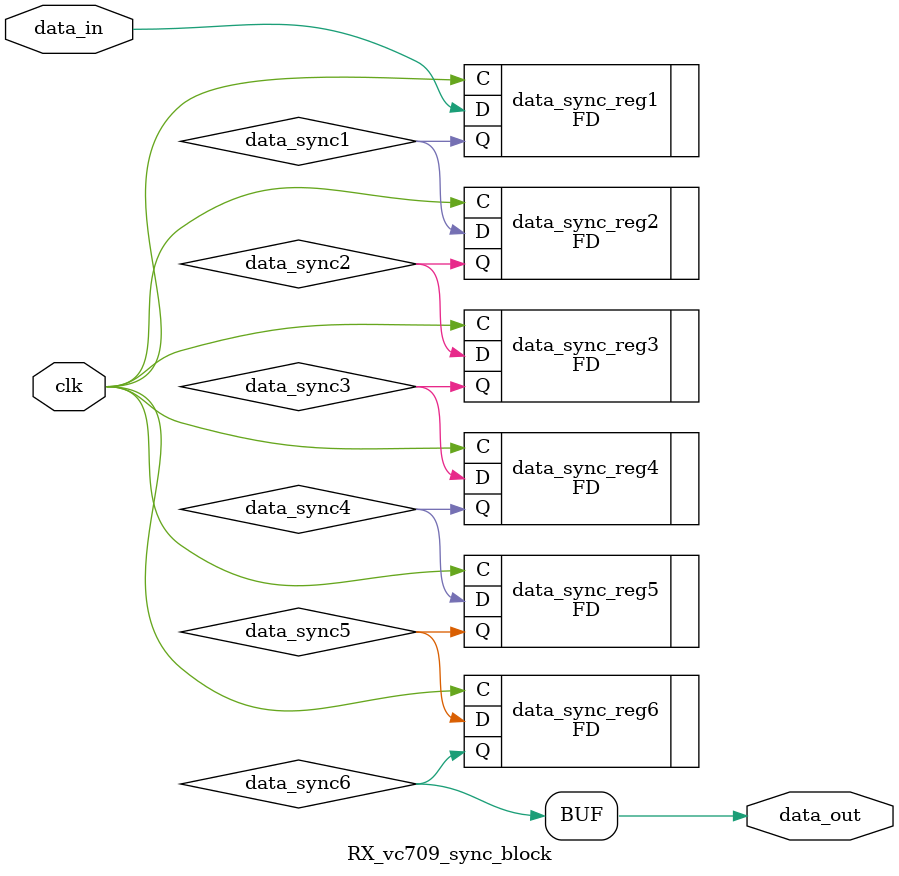
<source format=v>




`timescale 1ps / 1ps

//(* dont_touch = "yes" *)
module RX_vc709_sync_block #(
  parameter INITIALISE = 6'b000000
)
(
  input        clk,              // clock to be sync'ed to
  input        data_in,          // Data to be 'synced'
  output       data_out          // synced data
);

  // Internal Signals
  wire data_sync1;
  wire data_sync2;
  wire data_sync3;
  wire data_sync4;
  wire data_sync5;
  wire data_sync6;


  (* shreg_extract = "no", ASYNC_REG = "TRUE" *)
  FD #(
    .INIT (INITIALISE[0])
  ) data_sync_reg1 (
    .C  (clk),
    .D  (data_in),
    .Q  (data_sync1)
  );


  (* shreg_extract = "no", ASYNC_REG = "TRUE" *)
  FD #(
   .INIT (INITIALISE[1])
  ) data_sync_reg2 (
  .C  (clk),
  .D  (data_sync1),
  .Q  (data_sync2)
  );


  (* shreg_extract = "no", ASYNC_REG = "TRUE" *)
  FD #(
   .INIT (INITIALISE[2])
  ) data_sync_reg3 (
  .C  (clk),
  .D  (data_sync2),
  .Q  (data_sync3)
  );

  (* shreg_extract = "no", ASYNC_REG = "TRUE" *)
  FD #(
   .INIT (INITIALISE[3])
  ) data_sync_reg4 (
  .C  (clk),
  .D  (data_sync3),
  .Q  (data_sync4)
  );

  (* shreg_extract = "no", ASYNC_REG = "TRUE" *)
  FD #(
   .INIT (INITIALISE[4])
  ) data_sync_reg5 (
  .C  (clk),
  .D  (data_sync4),
  .Q  (data_sync5)
  );

  (* shreg_extract = "no", ASYNC_REG = "TRUE" *)
  FD #(
   .INIT (INITIALISE[5])
  ) data_sync_reg6 (
  .C  (clk),
  .D  (data_sync5),
  .Q  (data_sync6)
  );
  assign data_out = data_sync6;



endmodule

</source>
